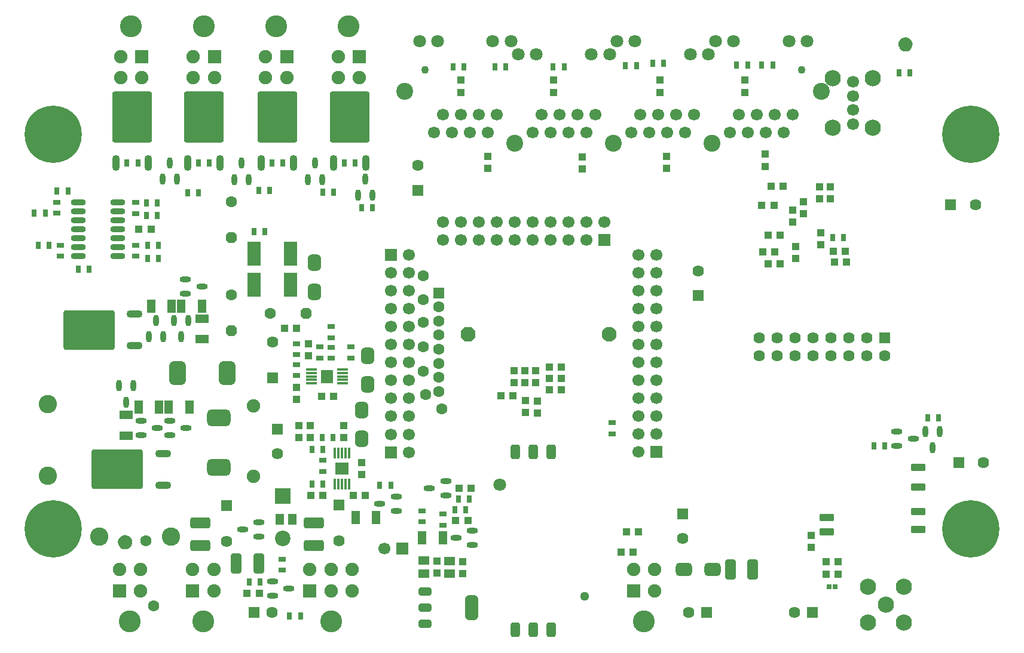
<source format=gbs>
G04*
G04 #@! TF.GenerationSoftware,Altium Limited,Altium Designer,19.1.8 (144)*
G04*
G04 Layer_Color=16711935*
%FSLAX24Y24*%
%MOIN*%
G70*
G01*
G75*
%ADD47R,0.0394X0.0315*%
%ADD50R,0.0315X0.0394*%
%ADD51R,0.0433X0.0394*%
%ADD52O,0.0630X0.0320*%
%ADD53R,0.0453X0.0728*%
%ADD54O,0.0320X0.0630*%
%ADD55R,0.0610X0.0492*%
%ADD58R,0.0394X0.0433*%
%ADD70R,0.0492X0.0610*%
%ADD73O,0.0839X0.0335*%
%ADD76C,0.0512*%
G04:AMPARAMS|DCode=77|XSize=90.6mil|YSize=72.8mil|CornerRadius=19.2mil|HoleSize=0mil|Usage=FLASHONLY|Rotation=90.000|XOffset=0mil|YOffset=0mil|HoleType=Round|Shape=RoundedRectangle|*
%AMROUNDEDRECTD77*
21,1,0.0906,0.0344,0,0,90.0*
21,1,0.0522,0.0728,0,0,90.0*
1,1,0.0384,0.0172,0.0261*
1,1,0.0384,0.0172,-0.0261*
1,1,0.0384,-0.0172,-0.0261*
1,1,0.0384,-0.0172,0.0261*
%
%ADD77ROUNDEDRECTD77*%
%ADD78P,0.0895X8X202.5*%
%ADD79C,0.0827*%
%ADD80C,0.1220*%
%ADD81C,0.0748*%
%ADD82R,0.0748X0.0748*%
%ADD83R,0.0669X0.0669*%
%ADD84C,0.0669*%
%ADD85C,0.0639*%
%ADD86R,0.0639X0.0639*%
%ADD87R,0.0639X0.0639*%
%ADD88C,0.0709*%
%ADD89P,0.0682X8X22.5*%
%ADD90C,0.0630*%
%ADD91R,0.0866X0.0866*%
%ADD92C,0.0866*%
%ADD93C,0.3189*%
%ADD94C,0.1024*%
%ADD95C,0.0906*%
%ADD96R,0.0669X0.0669*%
%ADD97P,0.0682X8X292.5*%
%ADD98R,0.0630X0.0630*%
%ADD99C,0.0945*%
%ADD100C,0.0433*%
G04:AMPARAMS|DCode=194|XSize=114.2mil|YSize=63mil|CornerRadius=16.7mil|HoleSize=0mil|Usage=FLASHONLY|Rotation=0.000|XOffset=0mil|YOffset=0mil|HoleType=Round|Shape=RoundedRectangle|*
%AMROUNDEDRECTD194*
21,1,0.1142,0.0295,0,0,0.0*
21,1,0.0807,0.0630,0,0,0.0*
1,1,0.0335,0.0404,-0.0148*
1,1,0.0335,-0.0404,-0.0148*
1,1,0.0335,-0.0404,0.0148*
1,1,0.0335,0.0404,0.0148*
%
%ADD194ROUNDEDRECTD194*%
G04:AMPARAMS|DCode=195|XSize=90.6mil|YSize=72.8mil|CornerRadius=19.2mil|HoleSize=0mil|Usage=FLASHONLY|Rotation=180.000|XOffset=0mil|YOffset=0mil|HoleType=Round|Shape=RoundedRectangle|*
%AMROUNDEDRECTD195*
21,1,0.0906,0.0344,0,0,180.0*
21,1,0.0522,0.0728,0,0,180.0*
1,1,0.0384,-0.0261,0.0172*
1,1,0.0384,0.0261,0.0172*
1,1,0.0384,0.0261,-0.0172*
1,1,0.0384,-0.0261,-0.0172*
%
%ADD195ROUNDEDRECTD195*%
G04:AMPARAMS|DCode=196|XSize=82.7mil|YSize=51.2mil|CornerRadius=13.8mil|HoleSize=0mil|Usage=FLASHONLY|Rotation=90.000|XOffset=0mil|YOffset=0mil|HoleType=Round|Shape=RoundedRectangle|*
%AMROUNDEDRECTD196*
21,1,0.0827,0.0236,0,0,90.0*
21,1,0.0551,0.0512,0,0,90.0*
1,1,0.0276,0.0118,0.0276*
1,1,0.0276,0.0118,-0.0276*
1,1,0.0276,-0.0118,-0.0276*
1,1,0.0276,-0.0118,0.0276*
%
%ADD196ROUNDEDRECTD196*%
G04:AMPARAMS|DCode=197|XSize=114.2mil|YSize=63mil|CornerRadius=16.7mil|HoleSize=0mil|Usage=FLASHONLY|Rotation=270.000|XOffset=0mil|YOffset=0mil|HoleType=Round|Shape=RoundedRectangle|*
%AMROUNDEDRECTD197*
21,1,0.1142,0.0295,0,0,270.0*
21,1,0.0807,0.0630,0,0,270.0*
1,1,0.0335,-0.0148,-0.0404*
1,1,0.0335,-0.0148,0.0404*
1,1,0.0335,0.0148,0.0404*
1,1,0.0335,0.0148,-0.0404*
%
%ADD197ROUNDEDRECTD197*%
%ADD198O,0.0433X0.0886*%
G04:AMPARAMS|DCode=199|XSize=283.5mil|YSize=222.4mil|CornerRadius=12.9mil|HoleSize=0mil|Usage=FLASHONLY|Rotation=90.000|XOffset=0mil|YOffset=0mil|HoleType=Round|Shape=RoundedRectangle|*
%AMROUNDEDRECTD199*
21,1,0.2835,0.1967,0,0,90.0*
21,1,0.2577,0.2224,0,0,90.0*
1,1,0.0258,0.0983,0.1288*
1,1,0.0258,0.0983,-0.1288*
1,1,0.0258,-0.0983,-0.1288*
1,1,0.0258,-0.0983,0.1288*
%
%ADD199ROUNDEDRECTD199*%
%ADD200R,0.0748X0.1378*%
G04:AMPARAMS|DCode=201|XSize=131.9mil|YSize=94.5mil|CornerRadius=24.6mil|HoleSize=0mil|Usage=FLASHONLY|Rotation=270.000|XOffset=0mil|YOffset=0mil|HoleType=Round|Shape=RoundedRectangle|*
%AMROUNDEDRECTD201*
21,1,0.1319,0.0453,0,0,270.0*
21,1,0.0827,0.0945,0,0,270.0*
1,1,0.0492,-0.0226,-0.0413*
1,1,0.0492,-0.0226,0.0413*
1,1,0.0492,0.0226,0.0413*
1,1,0.0492,0.0226,-0.0413*
%
%ADD201ROUNDEDRECTD201*%
%ADD202O,0.0157X0.0610*%
%ADD203R,0.0768X0.0650*%
%ADD204O,0.0886X0.0433*%
G04:AMPARAMS|DCode=205|XSize=283.5mil|YSize=222.4mil|CornerRadius=12.9mil|HoleSize=0mil|Usage=FLASHONLY|Rotation=180.000|XOffset=0mil|YOffset=0mil|HoleType=Round|Shape=RoundedRectangle|*
%AMROUNDEDRECTD205*
21,1,0.2835,0.1967,0,0,180.0*
21,1,0.2577,0.2224,0,0,180.0*
1,1,0.0258,-0.1288,0.0983*
1,1,0.0258,0.1288,0.0983*
1,1,0.0258,0.1288,-0.0983*
1,1,0.0258,-0.1288,-0.0983*
%
%ADD205ROUNDEDRECTD205*%
G04:AMPARAMS|DCode=206|XSize=131.9mil|YSize=94.5mil|CornerRadius=24.6mil|HoleSize=0mil|Usage=FLASHONLY|Rotation=180.000|XOffset=0mil|YOffset=0mil|HoleType=Round|Shape=RoundedRectangle|*
%AMROUNDEDRECTD206*
21,1,0.1319,0.0453,0,0,180.0*
21,1,0.0827,0.0945,0,0,180.0*
1,1,0.0492,-0.0413,0.0226*
1,1,0.0492,0.0413,0.0226*
1,1,0.0492,0.0413,-0.0226*
1,1,0.0492,-0.0413,-0.0226*
%
%ADD206ROUNDEDRECTD206*%
%ADD207R,0.0256X0.0276*%
%ADD208O,0.0610X0.0157*%
%ADD209R,0.0650X0.0768*%
G04:AMPARAMS|DCode=210|XSize=45.3mil|YSize=72.8mil|CornerRadius=12.3mil|HoleSize=0mil|Usage=FLASHONLY|Rotation=90.000|XOffset=0mil|YOffset=0mil|HoleType=Round|Shape=RoundedRectangle|*
%AMROUNDEDRECTD210*
21,1,0.0453,0.0482,0,0,90.0*
21,1,0.0207,0.0728,0,0,90.0*
1,1,0.0246,0.0241,0.0103*
1,1,0.0246,0.0241,-0.0103*
1,1,0.0246,-0.0241,-0.0103*
1,1,0.0246,-0.0241,0.0103*
%
%ADD210ROUNDEDRECTD210*%
G04:AMPARAMS|DCode=211|XSize=45.3mil|YSize=72.8mil|CornerRadius=12.3mil|HoleSize=0mil|Usage=FLASHONLY|Rotation=90.000|XOffset=0mil|YOffset=0mil|HoleType=Round|Shape=RoundedRectangle|*
%AMROUNDEDRECTD211*
21,1,0.0453,0.0482,0,0,90.0*
21,1,0.0207,0.0728,0,0,90.0*
1,1,0.0246,0.0241,0.0103*
1,1,0.0246,0.0241,-0.0103*
1,1,0.0246,-0.0241,-0.0103*
1,1,0.0246,-0.0241,0.0103*
%
%ADD211ROUNDEDRECTD211*%
G04:AMPARAMS|DCode=212|XSize=137.8mil|YSize=72.8mil|CornerRadius=19.2mil|HoleSize=0mil|Usage=FLASHONLY|Rotation=90.000|XOffset=0mil|YOffset=0mil|HoleType=Round|Shape=RoundedRectangle|*
%AMROUNDEDRECTD212*
21,1,0.1378,0.0344,0,0,90.0*
21,1,0.0994,0.0728,0,0,90.0*
1,1,0.0384,0.0172,0.0497*
1,1,0.0384,0.0172,-0.0497*
1,1,0.0384,-0.0172,-0.0497*
1,1,0.0384,-0.0172,0.0497*
%
%ADD212ROUNDEDRECTD212*%
G04:AMPARAMS|DCode=213|XSize=82.7mil|YSize=43.3mil|CornerRadius=11.8mil|HoleSize=0mil|Usage=FLASHONLY|Rotation=0.000|XOffset=0mil|YOffset=0mil|HoleType=Round|Shape=RoundedRectangle|*
%AMROUNDEDRECTD213*
21,1,0.0827,0.0197,0,0,0.0*
21,1,0.0591,0.0433,0,0,0.0*
1,1,0.0236,0.0295,-0.0098*
1,1,0.0236,-0.0295,-0.0098*
1,1,0.0236,-0.0295,0.0098*
1,1,0.0236,0.0295,0.0098*
%
%ADD213ROUNDEDRECTD213*%
%ADD214R,0.0728X0.0453*%
G36*
X2454Y5561D02*
X2441Y5458D01*
X2401Y5362D01*
X2338Y5280D01*
X2256Y5217D01*
X2160Y5177D01*
X2057Y5164D01*
X1954Y5177D01*
X1859Y5217D01*
X1776Y5280D01*
X1713Y5362D01*
X1674Y5458D01*
X1660Y5561D01*
D01*
X1674Y5664D01*
X1713Y5760D01*
X1776Y5842D01*
X1859Y5905D01*
X1954Y5945D01*
X2057Y5958D01*
X2160Y5945D01*
X2256Y5905D01*
X2338Y5842D01*
X2401Y5760D01*
X2441Y5664D01*
X2454Y5561D01*
D01*
D02*
G37*
G36*
X45968Y33366D02*
X45954Y33263D01*
X45915Y33168D01*
X45852Y33085D01*
X45769Y33022D01*
X45674Y32983D01*
X45571Y32969D01*
X45468Y32983D01*
X45372Y33022D01*
X45290Y33085D01*
X45227Y33168D01*
X45187Y33263D01*
X45174Y33366D01*
D01*
X45187Y33469D01*
X45227Y33565D01*
X45290Y33647D01*
X45372Y33710D01*
X45468Y33750D01*
X45571Y33763D01*
X45674Y33750D01*
X45769Y33710D01*
X45852Y33647D01*
X45915Y33565D01*
X45954Y33469D01*
X45968Y33366D01*
D01*
D02*
G37*
D47*
X29213Y12224D02*
D03*
Y11614D02*
D03*
X18612Y6713D02*
D03*
Y7323D02*
D03*
X19764Y6516D02*
D03*
Y7126D02*
D03*
X10797Y4606D02*
D03*
Y3996D02*
D03*
X-1742Y24537D02*
D03*
Y23927D02*
D03*
X-1555Y21526D02*
D03*
Y22136D02*
D03*
X2628Y21526D02*
D03*
Y22136D02*
D03*
Y24527D02*
D03*
Y23917D02*
D03*
X13543Y17598D02*
D03*
Y16988D02*
D03*
Y16447D02*
D03*
Y15837D02*
D03*
X14636Y15847D02*
D03*
Y16457D02*
D03*
X12904Y15847D02*
D03*
Y16457D02*
D03*
X11614Y14872D02*
D03*
Y15482D02*
D03*
Y16033D02*
D03*
Y16643D02*
D03*
X13091Y10128D02*
D03*
Y9518D02*
D03*
D50*
X21260Y7982D02*
D03*
X20650D02*
D03*
X21043Y7382D02*
D03*
X20433D02*
D03*
X11221Y1437D02*
D03*
X11831D02*
D03*
X15227Y24252D02*
D03*
X15837D02*
D03*
X10108Y25207D02*
D03*
X9498D02*
D03*
X-1132Y25157D02*
D03*
X-1742D02*
D03*
X39Y20817D02*
D03*
X-571D02*
D03*
X3297Y21407D02*
D03*
X3907D02*
D03*
X6752Y26732D02*
D03*
X6142D02*
D03*
X2766D02*
D03*
X2156D02*
D03*
X10856D02*
D03*
X10246D02*
D03*
X14882D02*
D03*
X14272D02*
D03*
X-2795Y22136D02*
D03*
X-2185D02*
D03*
X5541Y25089D02*
D03*
X6151D02*
D03*
X13061Y25108D02*
D03*
X13671D02*
D03*
X45207Y31781D02*
D03*
X45817D02*
D03*
X13091Y10728D02*
D03*
X12481D02*
D03*
X43799Y10925D02*
D03*
X44409D02*
D03*
X47411Y12510D02*
D03*
X46801D02*
D03*
X16260Y8740D02*
D03*
X16870D02*
D03*
X9577Y3346D02*
D03*
X8967D02*
D03*
X3858Y24518D02*
D03*
X3248D02*
D03*
X-2402Y23927D02*
D03*
X-3012D02*
D03*
X3297Y22136D02*
D03*
X3907D02*
D03*
X3248Y23809D02*
D03*
X3858D02*
D03*
X9233Y22904D02*
D03*
X9843D02*
D03*
X13642Y11417D02*
D03*
X13032D02*
D03*
X13071Y8819D02*
D03*
X12461D02*
D03*
X20954Y32106D02*
D03*
X20344D02*
D03*
X22668D02*
D03*
X23278D02*
D03*
X26535Y32116D02*
D03*
X25925D02*
D03*
X30561Y32175D02*
D03*
X29951D02*
D03*
X32077Y32303D02*
D03*
X31467D02*
D03*
X36762Y32205D02*
D03*
X36152D02*
D03*
X38169Y32195D02*
D03*
X37559D02*
D03*
X41506Y22559D02*
D03*
X42116D02*
D03*
D51*
X21339Y8573D02*
D03*
X20669D02*
D03*
X25719Y15344D02*
D03*
X26388D02*
D03*
X37559Y24370D02*
D03*
X38228D02*
D03*
X26388Y14085D02*
D03*
X25719D02*
D03*
X9528Y2717D02*
D03*
X8858D02*
D03*
X25719Y14715D02*
D03*
X26388D02*
D03*
X29705Y5020D02*
D03*
X30374D02*
D03*
X23681Y13740D02*
D03*
X23012D02*
D03*
X21161Y6772D02*
D03*
X20492D02*
D03*
X2825Y23031D02*
D03*
X3494D02*
D03*
X11614Y17520D02*
D03*
X10945D02*
D03*
X13681Y13701D02*
D03*
X13012D02*
D03*
X14774Y8159D02*
D03*
X15443D02*
D03*
X13091Y8169D02*
D03*
X12421D02*
D03*
X30669Y6132D02*
D03*
X30000D02*
D03*
X42264Y21220D02*
D03*
X41594D02*
D03*
X38278Y21762D02*
D03*
X37608D02*
D03*
X38593Y21122D02*
D03*
X37923D02*
D03*
X38563Y22717D02*
D03*
X37894D02*
D03*
X38061Y25453D02*
D03*
X38730D02*
D03*
X41555Y21811D02*
D03*
X42224D02*
D03*
D52*
X19931Y8159D02*
D03*
Y8959D02*
D03*
X19021Y8559D02*
D03*
X9523Y6663D02*
D03*
Y5863D02*
D03*
X8613Y6263D02*
D03*
X45084Y10925D02*
D03*
Y11725D02*
D03*
X45994Y11325D02*
D03*
X3858Y11955D02*
D03*
X2948Y12355D02*
D03*
Y11555D02*
D03*
X5452Y11955D02*
D03*
X4542Y12355D02*
D03*
Y11555D02*
D03*
X16260Y7720D02*
D03*
X17170Y8120D02*
D03*
Y7320D02*
D03*
X20512Y5801D02*
D03*
X21422Y6201D02*
D03*
Y5401D02*
D03*
X11171Y2959D02*
D03*
X10261Y3359D02*
D03*
Y2559D02*
D03*
X6328Y19849D02*
D03*
X5418Y20249D02*
D03*
Y19449D02*
D03*
D53*
X19764Y5817D02*
D03*
X18622D02*
D03*
X4488Y13091D02*
D03*
X5630D02*
D03*
X14911Y6929D02*
D03*
X16053D02*
D03*
X6329Y18730D02*
D03*
X5187D02*
D03*
X4636Y18740D02*
D03*
X3494D02*
D03*
X2805Y13091D02*
D03*
X3947D02*
D03*
D54*
X2103Y13386D02*
D03*
X2503Y14296D02*
D03*
X1703D02*
D03*
X4941Y25832D02*
D03*
X4141D02*
D03*
X4541Y26742D02*
D03*
X8927Y25822D02*
D03*
X8127D02*
D03*
X8527Y26732D02*
D03*
X13051Y25822D02*
D03*
X12251D02*
D03*
X12651Y26732D02*
D03*
X47093Y10837D02*
D03*
X47493Y11747D02*
D03*
X46693D02*
D03*
X15446Y25836D02*
D03*
X15046Y24926D02*
D03*
X15846D02*
D03*
X3793Y17943D02*
D03*
X3393Y17033D02*
D03*
X4193D02*
D03*
X5183Y17028D02*
D03*
X5583Y17938D02*
D03*
X4783D02*
D03*
D55*
X20157Y3799D02*
D03*
Y4508D02*
D03*
X18720Y4528D02*
D03*
Y3819D02*
D03*
D58*
X24941Y15138D02*
D03*
Y14468D02*
D03*
X24370Y12795D02*
D03*
Y13465D02*
D03*
X24341Y14468D02*
D03*
Y15138D02*
D03*
X23740Y14459D02*
D03*
Y15128D02*
D03*
X39291Y24114D02*
D03*
Y23445D02*
D03*
X39887Y24582D02*
D03*
Y23912D02*
D03*
X40788Y24744D02*
D03*
Y25413D02*
D03*
X41379Y24744D02*
D03*
Y25413D02*
D03*
X11732Y12077D02*
D03*
Y11407D02*
D03*
X15246Y9341D02*
D03*
Y10010D02*
D03*
X41800Y3789D02*
D03*
Y4458D02*
D03*
X41131Y3789D02*
D03*
Y4458D02*
D03*
X40295Y5276D02*
D03*
Y5945D02*
D03*
X20886Y4478D02*
D03*
Y3809D02*
D03*
X19439Y3829D02*
D03*
Y4498D02*
D03*
X25039Y13455D02*
D03*
Y12785D02*
D03*
X12274Y15965D02*
D03*
Y16634D02*
D03*
X11624Y14222D02*
D03*
Y13553D02*
D03*
X12392Y11417D02*
D03*
Y12087D02*
D03*
X14232Y11417D02*
D03*
Y12087D02*
D03*
X20787Y30689D02*
D03*
Y31358D02*
D03*
X36614Y30689D02*
D03*
Y31358D02*
D03*
X25945Y30689D02*
D03*
Y31358D02*
D03*
X31890Y30689D02*
D03*
Y31358D02*
D03*
X37756Y27224D02*
D03*
Y26555D02*
D03*
X32244Y27106D02*
D03*
Y26437D02*
D03*
X27559Y27067D02*
D03*
Y26398D02*
D03*
X22283Y27106D02*
D03*
Y26437D02*
D03*
X39449Y21417D02*
D03*
Y22087D02*
D03*
X40846Y22185D02*
D03*
Y22854D02*
D03*
D70*
X10679Y6850D02*
D03*
X11388D02*
D03*
D73*
X-571Y23530D02*
D03*
X1629D02*
D03*
X-571Y22030D02*
D03*
Y22530D02*
D03*
Y23030D02*
D03*
Y21530D02*
D03*
X1629Y22030D02*
D03*
Y22530D02*
D03*
Y23030D02*
D03*
Y21530D02*
D03*
X-571Y24030D02*
D03*
Y24530D02*
D03*
X1629Y24030D02*
D03*
Y24530D02*
D03*
D76*
X2057Y5561D02*
D03*
X45571Y33366D02*
D03*
X27667Y2549D02*
D03*
D77*
X15586Y14370D02*
D03*
Y15984D02*
D03*
X12608Y19547D02*
D03*
Y21161D02*
D03*
X15246Y12943D02*
D03*
Y11329D02*
D03*
D78*
X21161Y17185D02*
D03*
D79*
X29035D02*
D03*
D80*
X13533Y1152D02*
D03*
X14518Y34380D02*
D03*
X6437D02*
D03*
X10482D02*
D03*
X2392D02*
D03*
X30984Y1144D02*
D03*
X2323D02*
D03*
X6407D02*
D03*
D81*
X14715Y4026D02*
D03*
Y2844D02*
D03*
X13533Y4026D02*
D03*
X12352D02*
D03*
X13533Y2844D02*
D03*
X13927Y32679D02*
D03*
Y31498D02*
D03*
X15108D02*
D03*
X5846Y32679D02*
D03*
Y31498D02*
D03*
X7028D02*
D03*
X9892Y32679D02*
D03*
Y31498D02*
D03*
X11073D02*
D03*
X1801Y32679D02*
D03*
Y31498D02*
D03*
X2982D02*
D03*
X9222Y13169D02*
D03*
Y9232D02*
D03*
X30394Y4026D02*
D03*
X31575D02*
D03*
Y2844D02*
D03*
X2913D02*
D03*
Y4026D02*
D03*
X1732D02*
D03*
X6998Y2844D02*
D03*
Y4026D02*
D03*
X5817D02*
D03*
D82*
X12352Y2844D02*
D03*
X15108Y32679D02*
D03*
X7028D02*
D03*
X11073D02*
D03*
X2982D02*
D03*
X30394Y2844D02*
D03*
X1732D02*
D03*
X5817D02*
D03*
D83*
X17526Y5207D02*
D03*
X28770Y22451D02*
D03*
D84*
X16526Y5207D02*
D03*
X42638Y28907D02*
D03*
Y29695D02*
D03*
Y30482D02*
D03*
Y31270D02*
D03*
X31663Y12591D02*
D03*
X30663D02*
D03*
X31663Y13591D02*
D03*
Y11591D02*
D03*
X30663Y13591D02*
D03*
Y11591D02*
D03*
Y14593D02*
D03*
Y16593D02*
D03*
X31663Y14593D02*
D03*
Y16593D02*
D03*
X30663Y15593D02*
D03*
X31663D02*
D03*
Y21596D02*
D03*
X30663D02*
D03*
X31663Y20596D02*
D03*
X30663D02*
D03*
Y17594D02*
D03*
Y19594D02*
D03*
X31663Y17594D02*
D03*
Y19594D02*
D03*
X30663Y18594D02*
D03*
X31663D02*
D03*
X30663Y10591D02*
D03*
X25768Y22451D02*
D03*
Y23455D02*
D03*
X26768Y22451D02*
D03*
X24768D02*
D03*
X26768Y23455D02*
D03*
X24768D02*
D03*
X27766D02*
D03*
Y22451D02*
D03*
X28770Y23455D02*
D03*
X22766Y22451D02*
D03*
Y23455D02*
D03*
X23766Y22451D02*
D03*
X21766D02*
D03*
X23766Y23455D02*
D03*
X21766D02*
D03*
X20764D02*
D03*
Y22451D02*
D03*
X19764Y23455D02*
D03*
Y22451D02*
D03*
X17864Y21594D02*
D03*
X16870Y13591D02*
D03*
X17864D02*
D03*
X16870Y12591D02*
D03*
Y14591D02*
D03*
X17864Y12591D02*
D03*
Y14591D02*
D03*
Y11589D02*
D03*
X16870D02*
D03*
X17864Y10589D02*
D03*
X16870Y16593D02*
D03*
X17864D02*
D03*
X16870Y15593D02*
D03*
Y17593D02*
D03*
X17864Y15593D02*
D03*
Y17593D02*
D03*
Y20594D02*
D03*
Y18594D02*
D03*
X16870Y20594D02*
D03*
Y18594D02*
D03*
X17864Y19594D02*
D03*
X16870D02*
D03*
X35772Y28442D02*
D03*
X36272Y29442D02*
D03*
X36772Y28442D02*
D03*
X37272Y29442D02*
D03*
X37772Y28442D02*
D03*
X38272Y29442D02*
D03*
X38772Y28442D02*
D03*
X39272Y29442D02*
D03*
X30272Y28442D02*
D03*
X30772Y29442D02*
D03*
X31272Y28442D02*
D03*
X31772Y29442D02*
D03*
X32272Y28442D02*
D03*
X32772Y29442D02*
D03*
X33272Y28442D02*
D03*
X33772Y29442D02*
D03*
X24772Y28442D02*
D03*
X25272Y29442D02*
D03*
X25772Y28442D02*
D03*
X26272Y29442D02*
D03*
X26772Y28442D02*
D03*
X27272Y29442D02*
D03*
X27772Y28442D02*
D03*
X28272Y29442D02*
D03*
X19272Y28442D02*
D03*
X19772Y29442D02*
D03*
X20272Y28442D02*
D03*
X20772Y29442D02*
D03*
X21272Y28442D02*
D03*
X21772Y29442D02*
D03*
X22272Y28442D02*
D03*
X22772Y29442D02*
D03*
D85*
X33468Y1624D02*
D03*
X18376Y26594D02*
D03*
X49911Y10000D02*
D03*
X39390Y1624D02*
D03*
X10242D02*
D03*
X7707Y5591D02*
D03*
X49468Y24419D02*
D03*
X43400Y16988D02*
D03*
X42400D02*
D03*
X40400D02*
D03*
X39400D02*
D03*
X37400D02*
D03*
X43400Y15988D02*
D03*
X42400D02*
D03*
X40400D02*
D03*
X39400D02*
D03*
X37400D02*
D03*
X41400Y16988D02*
D03*
X38400D02*
D03*
X44400Y15988D02*
D03*
X41400D02*
D03*
X38400D02*
D03*
X34016Y20719D02*
D03*
X33159Y5768D02*
D03*
X10266Y16752D02*
D03*
X10551Y10502D02*
D03*
X13967Y5628D02*
D03*
D86*
X34469Y1624D02*
D03*
X48533Y10000D02*
D03*
X40390Y1624D02*
D03*
X9242D02*
D03*
X48091Y24419D02*
D03*
X44400Y16988D02*
D03*
D87*
X18376Y25217D02*
D03*
X7707Y7591D02*
D03*
X34016Y19341D02*
D03*
X33159Y7146D02*
D03*
X10266Y14752D02*
D03*
X10551Y11880D02*
D03*
X13967Y7628D02*
D03*
D88*
X22943Y8770D02*
D03*
X33573Y32793D02*
D03*
X34577D02*
D03*
X22559Y33542D02*
D03*
X23573D02*
D03*
X23967Y32793D02*
D03*
X24970D02*
D03*
X29065D02*
D03*
X28051D02*
D03*
X30492Y33542D02*
D03*
X29478D02*
D03*
X19478D02*
D03*
X18465D02*
D03*
X35984D02*
D03*
X34970D02*
D03*
X40079D02*
D03*
X39065D02*
D03*
D89*
X12157Y18337D02*
D03*
D90*
X18691Y19114D02*
D03*
Y17825D02*
D03*
Y15108D02*
D03*
X19695Y13002D02*
D03*
X18809Y13809D02*
D03*
X18691Y16457D02*
D03*
Y20453D02*
D03*
X3632Y1998D02*
D03*
X3219Y5630D02*
D03*
X10157Y18337D02*
D03*
X7990Y19365D02*
D03*
X19557Y17126D02*
D03*
Y16339D02*
D03*
Y17913D02*
D03*
Y18701D02*
D03*
Y15551D02*
D03*
Y14764D02*
D03*
Y13976D02*
D03*
X7990Y24589D02*
D03*
D91*
X10837Y8140D02*
D03*
D92*
Y5778D02*
D03*
D93*
X49213Y6299D02*
D03*
Y28346D02*
D03*
X-1969D02*
D03*
Y6299D02*
D03*
D94*
X4608Y5876D02*
D03*
X608D02*
D03*
X-2244Y9289D02*
D03*
Y13289D02*
D03*
D95*
X45488Y3067D02*
D03*
Y1067D02*
D03*
X43488Y3067D02*
D03*
Y1067D02*
D03*
X44488Y2067D02*
D03*
X41516Y31467D02*
D03*
Y28711D02*
D03*
X43760Y31467D02*
D03*
Y28711D02*
D03*
D96*
X31663Y10591D02*
D03*
X16870Y10589D02*
D03*
Y21594D02*
D03*
D97*
X7990Y17365D02*
D03*
Y22589D02*
D03*
D98*
X19557Y19488D02*
D03*
D99*
X17634Y30736D02*
D03*
X34772Y27843D02*
D03*
X29272D02*
D03*
X23772D02*
D03*
X40870Y30736D02*
D03*
D100*
X39772Y31942D02*
D03*
X18772D02*
D03*
D194*
X12579Y6624D02*
D03*
Y5364D02*
D03*
X6230Y5374D02*
D03*
Y6634D02*
D03*
D195*
X33199Y4035D02*
D03*
X34813D02*
D03*
D196*
X23805Y672D02*
D03*
X25805D02*
D03*
X23805Y10622D02*
D03*
X25805D02*
D03*
X24805Y672D02*
D03*
Y10622D02*
D03*
D197*
X37057Y4035D02*
D03*
X35797D02*
D03*
X8258Y4380D02*
D03*
X9518D02*
D03*
D198*
X1551Y26732D02*
D03*
X3346D02*
D03*
X5547D02*
D03*
X7343D02*
D03*
X9642D02*
D03*
X11437D02*
D03*
X13669D02*
D03*
X15465D02*
D03*
D199*
X2449Y29291D02*
D03*
X6445D02*
D03*
X10539D02*
D03*
X14567D02*
D03*
D200*
X9242Y21663D02*
D03*
X11289D02*
D03*
X9242Y19951D02*
D03*
X11289D02*
D03*
D201*
X4990Y15010D02*
D03*
X7746D02*
D03*
D202*
X14537Y8819D02*
D03*
X14341D02*
D03*
X14144D02*
D03*
X13947D02*
D03*
X13750D02*
D03*
Y10551D02*
D03*
X13947D02*
D03*
X14144D02*
D03*
X14341D02*
D03*
X14537D02*
D03*
D203*
X14144Y9685D02*
D03*
D204*
X4173Y8726D02*
D03*
Y10522D02*
D03*
X2589Y18321D02*
D03*
Y16526D02*
D03*
D205*
X1614Y9624D02*
D03*
X30Y17423D02*
D03*
D206*
X7293Y12510D02*
D03*
Y9754D02*
D03*
D207*
X41299Y3071D02*
D03*
X41634D02*
D03*
D208*
X12451Y14429D02*
D03*
Y14626D02*
D03*
Y14823D02*
D03*
Y15020D02*
D03*
Y15217D02*
D03*
X14183D02*
D03*
Y15020D02*
D03*
Y14823D02*
D03*
Y14626D02*
D03*
Y14429D02*
D03*
D209*
X13317Y14823D02*
D03*
D210*
X18780Y1004D02*
D03*
D211*
X18780Y1909D02*
D03*
Y2815D02*
D03*
D212*
X21378Y1909D02*
D03*
D213*
X46280Y9744D02*
D03*
Y8652D02*
D03*
X41191Y6929D02*
D03*
Y6142D02*
D03*
X46280Y6289D02*
D03*
Y7283D02*
D03*
D214*
X6329Y18051D02*
D03*
Y16909D02*
D03*
X2106Y12657D02*
D03*
Y11516D02*
D03*
M02*

</source>
